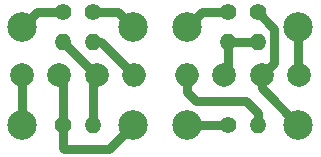
<source format=gbr>
G04 #@! TF.GenerationSoftware,KiCad,Pcbnew,5.0.1+dfsg1-3~bpo9+1*
G04 #@! TF.CreationDate,2018-11-18T10:39:03-07:00*
G04 #@! TF.ProjectId,Cube-Balls,437562652D42616C6C732E6B69636164,rev?*
G04 #@! TF.SameCoordinates,Original*
G04 #@! TF.FileFunction,Copper,L2,Bot,Signal*
G04 #@! TF.FilePolarity,Positive*
%FSLAX46Y46*%
G04 Gerber Fmt 4.6, Leading zero omitted, Abs format (unit mm)*
G04 Created by KiCad (PCBNEW 5.0.1+dfsg1-3~bpo9+1) date Sun 18 Nov 2018 10:39:03 AM MST*
%MOMM*%
%LPD*%
G01*
G04 APERTURE LIST*
G04 #@! TA.AperFunction,ComponentPad*
%ADD10C,1.400000*%
G04 #@! TD*
G04 #@! TA.AperFunction,ComponentPad*
%ADD11O,1.400000X1.400000*%
G04 #@! TD*
G04 #@! TA.AperFunction,ComponentPad*
%ADD12C,2.499360*%
G04 #@! TD*
G04 #@! TA.AperFunction,ComponentPad*
%ADD13O,1.998980X1.998980*%
G04 #@! TD*
G04 #@! TA.AperFunction,ComponentPad*
%ADD14C,1.998980*%
G04 #@! TD*
G04 #@! TA.AperFunction,Conductor*
%ADD15C,0.762000*%
G04 #@! TD*
G04 APERTURE END LIST*
D10*
G04 #@! TO.P,C1,1*
G04 #@! TO.N,Net-(C1-Pad1)*
X43855000Y-47244000D03*
D11*
G04 #@! TO.P,C1,2*
G04 #@! TO.N,Net-(C1-Pad2)*
X46395000Y-47244000D03*
G04 #@! TD*
G04 #@! TO.P,C2,2*
G04 #@! TO.N,Net-(C2-Pad2)*
X60325000Y-40259000D03*
D10*
G04 #@! TO.P,C2,1*
G04 #@! TO.N,Net-(C2-Pad1)*
X60325000Y-37719000D03*
G04 #@! TD*
D12*
G04 #@! TO.P,J8,1*
G04 #@! TO.N,Net-(D2-Pad4)*
X63754000Y-38989000D03*
G04 #@! TD*
G04 #@! TO.P,J7,1*
G04 #@! TO.N,Net-(C2-Pad1)*
X63754000Y-47244000D03*
G04 #@! TD*
G04 #@! TO.P,J6,1*
G04 #@! TO.N,Net-(J6-Pad1)*
X54356000Y-38989000D03*
G04 #@! TD*
G04 #@! TO.P,J5,1*
G04 #@! TO.N,Net-(J5-Pad1)*
X54356000Y-47244000D03*
G04 #@! TD*
G04 #@! TO.P,J4,1*
G04 #@! TO.N,Net-(D1-Pad4)*
X40386000Y-47244000D03*
G04 #@! TD*
G04 #@! TO.P,J3,1*
G04 #@! TO.N,Net-(C1-Pad1)*
X49784000Y-47244000D03*
G04 #@! TD*
G04 #@! TO.P,J2,1*
G04 #@! TO.N,Net-(J2-Pad1)*
X40386000Y-38989000D03*
G04 #@! TD*
G04 #@! TO.P,J1,1*
G04 #@! TO.N,Net-(J1-Pad1)*
X49784000Y-38989000D03*
G04 #@! TD*
D13*
G04 #@! TO.P,D2,1*
G04 #@! TO.N,Net-(D2-Pad1)*
X54310000Y-43053000D03*
D14*
G04 #@! TO.P,D2,2*
G04 #@! TO.N,Net-(C2-Pad2)*
X57485000Y-43053000D03*
G04 #@! TO.P,D2,3*
G04 #@! TO.N,Net-(C2-Pad1)*
X60660000Y-43053000D03*
G04 #@! TO.P,D2,4*
G04 #@! TO.N,Net-(D2-Pad4)*
X63835000Y-43053000D03*
G04 #@! TD*
D13*
G04 #@! TO.P,D1,1*
G04 #@! TO.N,Net-(D1-Pad1)*
X49847500Y-43053000D03*
D14*
G04 #@! TO.P,D1,2*
G04 #@! TO.N,Net-(C1-Pad2)*
X46672500Y-43053000D03*
G04 #@! TO.P,D1,3*
G04 #@! TO.N,Net-(C1-Pad1)*
X43497500Y-43053000D03*
G04 #@! TO.P,D1,4*
G04 #@! TO.N,Net-(D1-Pad4)*
X40322500Y-43053000D03*
G04 #@! TD*
D10*
G04 #@! TO.P,R4,1*
G04 #@! TO.N,Net-(J5-Pad1)*
X57825000Y-47238000D03*
D11*
G04 #@! TO.P,R4,2*
G04 #@! TO.N,Net-(D2-Pad1)*
X60365000Y-47238000D03*
G04 #@! TD*
D10*
G04 #@! TO.P,R3,1*
G04 #@! TO.N,Net-(J6-Pad1)*
X57785000Y-37719000D03*
D11*
G04 #@! TO.P,R3,2*
G04 #@! TO.N,Net-(C2-Pad2)*
X57785000Y-40259000D03*
G04 #@! TD*
G04 #@! TO.P,R2,2*
G04 #@! TO.N,Net-(D1-Pad1)*
X46355000Y-40259000D03*
D10*
G04 #@! TO.P,R2,1*
G04 #@! TO.N,Net-(J1-Pad1)*
X46355000Y-37719000D03*
G04 #@! TD*
G04 #@! TO.P,R1,1*
G04 #@! TO.N,Net-(J2-Pad1)*
X43815000Y-37719000D03*
D11*
G04 #@! TO.P,R1,2*
G04 #@! TO.N,Net-(C1-Pad2)*
X43815000Y-40259000D03*
G04 #@! TD*
D15*
G04 #@! TO.N,Net-(J2-Pad1)*
X41656000Y-37719000D02*
X40386000Y-38989000D01*
X43815000Y-37719000D02*
X41656000Y-37719000D01*
G04 #@! TO.N,Net-(C1-Pad2)*
X46609000Y-43053000D02*
X43815000Y-40259000D01*
X46395000Y-43330500D02*
X46672500Y-43053000D01*
X46395000Y-47244000D02*
X46395000Y-43330500D01*
G04 #@! TO.N,Net-(C2-Pad2)*
X60325000Y-40259000D02*
X57785000Y-40259000D01*
X57785000Y-42753000D02*
X57485000Y-43053000D01*
X57785000Y-40259000D02*
X57785000Y-42753000D01*
G04 #@! TO.N,Net-(J6-Pad1)*
X55626000Y-37719000D02*
X54356000Y-38989000D01*
X57785000Y-37719000D02*
X55626000Y-37719000D01*
G04 #@! TO.N,Net-(J1-Pad1)*
X48514000Y-37719000D02*
X49784000Y-38989000D01*
X46355000Y-37719000D02*
X48514000Y-37719000D01*
G04 #@! TO.N,Net-(D1-Pad1)*
X47053500Y-40259000D02*
X49847500Y-43053000D01*
X46355000Y-40259000D02*
X47053500Y-40259000D01*
G04 #@! TO.N,Net-(D2-Pad1)*
X60365000Y-46248051D02*
X59328949Y-45212000D01*
X60365000Y-47238000D02*
X60365000Y-46248051D01*
X59328949Y-45212000D02*
X56469000Y-45212000D01*
X56469000Y-45212000D02*
X55626000Y-45212000D01*
X55626000Y-45212000D02*
X55372000Y-45212000D01*
X55055508Y-45212000D02*
X55626000Y-45212000D01*
X54310000Y-44466492D02*
X55055508Y-45212000D01*
X54310000Y-43053000D02*
X54310000Y-44466492D01*
G04 #@! TO.N,Net-(J5-Pad1)*
X57819000Y-47244000D02*
X57825000Y-47238000D01*
X54356000Y-47244000D02*
X57819000Y-47244000D01*
G04 #@! TO.N,Net-(C1-Pad1)*
X43855000Y-43410500D02*
X43497500Y-43053000D01*
X43855000Y-47244000D02*
X43855000Y-43410500D01*
X43855000Y-49189000D02*
X43855000Y-47244000D01*
X47752000Y-49276000D02*
X43942000Y-49276000D01*
X43942000Y-49276000D02*
X43855000Y-49189000D01*
X49784000Y-47244000D02*
X47752000Y-49276000D01*
G04 #@! TO.N,Net-(D1-Pad4)*
X40386000Y-43116500D02*
X40322500Y-43053000D01*
X40386000Y-47244000D02*
X40386000Y-43116500D01*
G04 #@! TO.N,Net-(D2-Pad4)*
X63754000Y-42972000D02*
X63835000Y-43053000D01*
X63754000Y-38989000D02*
X63754000Y-42972000D01*
G04 #@! TO.N,Net-(C2-Pad1)*
X60325000Y-37719000D02*
X61722000Y-39116000D01*
X61722000Y-41991000D02*
X60660000Y-43053000D01*
X61722000Y-39116000D02*
X61722000Y-41991000D01*
X60660000Y-44150000D02*
X63754000Y-47244000D01*
X60660000Y-43053000D02*
X60660000Y-44150000D01*
G04 #@! TD*
M02*

</source>
